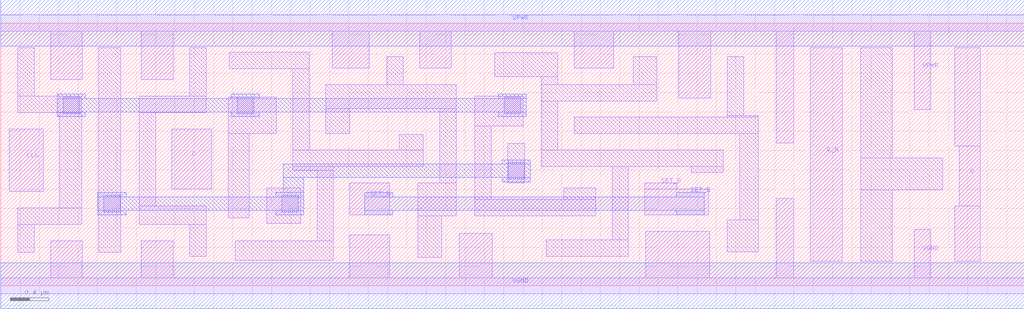
<source format=lef>
# Copyright 2020 The SkyWater PDK Authors
#
# Licensed under the Apache License, Version 2.0 (the "License");
# you may not use this file except in compliance with the License.
# You may obtain a copy of the License at
#
#     https://www.apache.org/licenses/LICENSE-2.0
#
# Unless required by applicable law or agreed to in writing, software
# distributed under the License is distributed on an "AS IS" BASIS,
# WITHOUT WARRANTIES OR CONDITIONS OF ANY KIND, either express or implied.
# See the License for the specific language governing permissions and
# limitations under the License.
#
# SPDX-License-Identifier: Apache-2.0

VERSION 5.5 ;
NAMESCASESENSITIVE ON ;
BUSBITCHARS "[]" ;
DIVIDERCHAR "/" ;
MACRO sky130_fd_sc_hd__dfsbp_1
  CLASS CORE ;
  SOURCE USER ;
  ORIGIN  0.000000  0.000000 ;
  SIZE  10.58000 BY  2.720000 ;
  SYMMETRY X Y R90 ;
  SITE unithd ;
  PIN D
    ANTENNAGATEAREA  0.222000 ;
    DIRECTION INPUT ;
    USE SIGNAL ;
    PORT
      LAYER li1 ;
        RECT 1.770000 1.005000 2.180000 1.625000 ;
    END
  END D
  PIN Q
    ANTENNADIFFAREA  0.429000 ;
    DIRECTION OUTPUT ;
    USE SIGNAL ;
    PORT
      LAYER li1 ;
        RECT 9.865000 0.255000 10.125000 0.825000 ;
        RECT 9.865000 1.445000 10.125000 2.465000 ;
        RECT 9.910000 0.825000 10.125000 1.445000 ;
    END
  END Q
  PIN Q_N
    ANTENNADIFFAREA  0.429000 ;
    DIRECTION OUTPUT ;
    USE SIGNAL ;
    PORT
      LAYER li1 ;
        RECT 8.370000 0.255000 8.700000 2.465000 ;
    END
  END Q_N
  PIN SET_B
    ANTENNAGATEAREA  0.252000 ;
    DIRECTION INPUT ;
    USE SIGNAL ;
    PORT
      LAYER li1 ;
        RECT 3.610000 0.735000 4.020000 1.065000 ;
    END
    PORT
      LAYER li1 ;
        RECT 6.660000 0.735000 7.320000 1.005000 ;
        RECT 6.660000 1.005000 6.990000 1.065000 ;
    END
    PORT
      LAYER met1 ;
        RECT 3.765000 0.735000 4.055000 0.780000 ;
        RECT 3.765000 0.780000 7.275000 0.920000 ;
        RECT 3.765000 0.920000 4.055000 0.965000 ;
        RECT 6.985000 0.735000 7.275000 0.780000 ;
        RECT 6.985000 0.920000 7.275000 0.965000 ;
    END
  END SET_B
  PIN CLK
    ANTENNAGATEAREA  0.159000 ;
    DIRECTION INPUT ;
    USE CLOCK ;
    PORT
      LAYER li1 ;
        RECT 0.090000 0.975000 0.440000 1.625000 ;
    END
  END CLK
  PIN VGND
    DIRECTION INOUT ;
    SHAPE ABUTMENT ;
    USE GROUND ;
    PORT
      LAYER li1 ;
        RECT 0.000000 -0.085000 10.580000 0.085000 ;
        RECT 0.515000  0.085000  0.845000 0.465000 ;
        RECT 1.455000  0.085000  1.785000 0.465000 ;
        RECT 3.610000  0.085000  4.020000 0.525000 ;
        RECT 4.740000  0.085000  5.080000 0.545000 ;
        RECT 6.670000  0.085000  7.330000 0.565000 ;
        RECT 8.020000  0.085000  8.200000 0.905000 ;
        RECT 9.445000  0.085000  9.615000 0.585000 ;
    END
    PORT
      LAYER met1 ;
        RECT 0.000000 -0.240000 10.580000 0.240000 ;
    END
  END VGND
  PIN VPWR
    DIRECTION INOUT ;
    SHAPE ABUTMENT ;
    USE POWER ;
    PORT
      LAYER li1 ;
        RECT 0.000000 2.635000 10.580000 2.805000 ;
        RECT 0.515000 2.135000  0.845000 2.635000 ;
        RECT 1.455000 2.135000  1.785000 2.635000 ;
        RECT 3.430000 2.255000  3.810000 2.635000 ;
        RECT 4.330000 2.255000  4.660000 2.635000 ;
        RECT 5.930000 2.255000  6.340000 2.635000 ;
        RECT 7.010000 1.945000  7.340000 2.635000 ;
        RECT 8.020000 1.480000  8.200000 2.635000 ;
        RECT 9.445000 1.825000  9.615000 2.635000 ;
    END
    PORT
      LAYER met1 ;
        RECT 0.000000 2.480000 10.580000 2.960000 ;
    END
  END VPWR
  OBS
    LAYER li1 ;
      RECT 0.175000 0.345000 0.345000 0.635000 ;
      RECT 0.175000 0.635000 0.840000 0.805000 ;
      RECT 0.175000 1.795000 0.840000 1.965000 ;
      RECT 0.175000 1.965000 0.345000 2.465000 ;
      RECT 0.610000 0.805000 0.840000 1.795000 ;
      RECT 1.015000 0.345000 1.240000 2.465000 ;
      RECT 1.430000 0.635000 2.125000 0.825000 ;
      RECT 1.430000 0.825000 1.600000 1.795000 ;
      RECT 1.430000 1.795000 2.125000 1.965000 ;
      RECT 1.955000 0.305000 2.125000 0.635000 ;
      RECT 1.955000 1.965000 2.125000 2.465000 ;
      RECT 2.350000 0.705000 2.570000 1.575000 ;
      RECT 2.350000 1.575000 2.850000 1.955000 ;
      RECT 2.360000 2.250000 3.190000 2.420000 ;
      RECT 2.425000 0.265000 3.440000 0.465000 ;
      RECT 2.750000 0.645000 3.100000 1.015000 ;
      RECT 3.020000 1.195000 3.440000 1.235000 ;
      RECT 3.020000 1.235000 4.370000 1.405000 ;
      RECT 3.020000 1.405000 3.190000 2.250000 ;
      RECT 3.270000 0.465000 3.440000 1.195000 ;
      RECT 3.360000 1.575000 3.610000 1.835000 ;
      RECT 3.360000 1.835000 4.710000 2.085000 ;
      RECT 3.990000 2.085000 4.160000 2.375000 ;
      RECT 4.120000 1.405000 4.370000 1.565000 ;
      RECT 4.310000 0.295000 4.560000 0.725000 ;
      RECT 4.310000 0.725000 4.710000 1.065000 ;
      RECT 4.540000 1.065000 4.710000 1.835000 ;
      RECT 4.900000 0.725000 6.150000 0.895000 ;
      RECT 4.900000 0.895000 5.070000 1.655000 ;
      RECT 4.900000 1.655000 5.400000 1.965000 ;
      RECT 5.110000 2.165000 5.760000 2.415000 ;
      RECT 5.240000 1.065000 5.420000 1.475000 ;
      RECT 5.590000 1.235000 7.470000 1.405000 ;
      RECT 5.590000 1.405000 5.760000 1.915000 ;
      RECT 5.590000 1.915000 6.780000 2.085000 ;
      RECT 5.590000 2.085000 5.760000 2.165000 ;
      RECT 5.640000 0.305000 6.490000 0.475000 ;
      RECT 5.820000 0.895000 6.150000 1.015000 ;
      RECT 5.930000 1.575000 7.830000 1.745000 ;
      RECT 6.320000 0.475000 6.490000 1.235000 ;
      RECT 6.540000 2.085000 6.780000 2.375000 ;
      RECT 7.140000 1.175000 7.470000 1.235000 ;
      RECT 7.510000 0.350000 7.830000 0.680000 ;
      RECT 7.510000 1.745000 7.830000 1.765000 ;
      RECT 7.510000 1.765000 7.680000 2.375000 ;
      RECT 7.640000 0.680000 7.830000 1.575000 ;
      RECT 8.890000 0.255000 9.220000 0.995000 ;
      RECT 8.890000 0.995000 9.740000 1.325000 ;
      RECT 8.890000 1.325000 9.220000 2.465000 ;
    LAYER mcon ;
      RECT 0.645000 1.785000 0.815000 1.955000 ;
      RECT 1.065000 0.765000 1.235000 0.935000 ;
      RECT 2.445000 1.785000 2.615000 1.955000 ;
      RECT 2.905000 0.765000 3.075000 0.935000 ;
      RECT 5.205000 1.785000 5.375000 1.955000 ;
      RECT 5.245000 1.105000 5.415000 1.275000 ;
    LAYER met1 ;
      RECT 0.585000 1.755000 0.875000 1.800000 ;
      RECT 0.585000 1.800000 5.435000 1.940000 ;
      RECT 0.585000 1.940000 0.875000 1.985000 ;
      RECT 1.005000 0.735000 1.295000 0.780000 ;
      RECT 1.005000 0.780000 3.135000 0.920000 ;
      RECT 1.005000 0.920000 1.295000 0.965000 ;
      RECT 2.385000 1.755000 2.675000 1.800000 ;
      RECT 2.385000 1.940000 2.675000 1.985000 ;
      RECT 2.845000 0.735000 3.135000 0.780000 ;
      RECT 2.845000 0.920000 3.135000 0.965000 ;
      RECT 2.920000 0.965000 3.135000 1.120000 ;
      RECT 2.920000 1.120000 5.475000 1.260000 ;
      RECT 5.145000 1.755000 5.435000 1.800000 ;
      RECT 5.145000 1.940000 5.435000 1.985000 ;
      RECT 5.185000 1.075000 5.475000 1.120000 ;
      RECT 5.185000 1.260000 5.475000 1.305000 ;
  END
END sky130_fd_sc_hd__dfsbp_1
END LIBRARY

</source>
